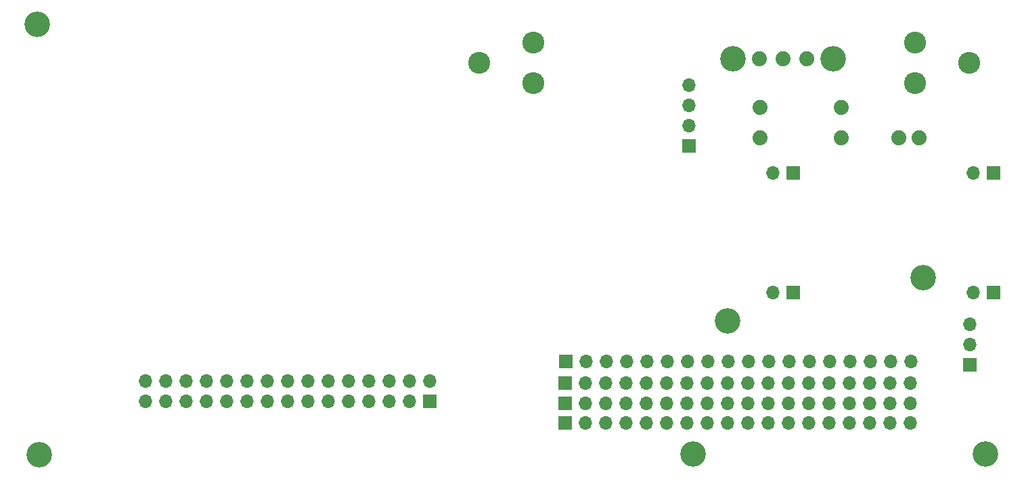
<source format=gbr>
G04 #@! TF.GenerationSoftware,KiCad,Pcbnew,5.99.0-unknown-5127d6c77~91~ubuntu20.04.1*
G04 #@! TF.CreationDate,2020-10-08T17:45:23+09:00*
G04 #@! TF.ProjectId,M5_board_bGeigieRaku V1.9,4d355f62-6f61-4726-945f-624765696769,rev?*
G04 #@! TF.SameCoordinates,Original*
G04 #@! TF.FileFunction,Soldermask,Top*
G04 #@! TF.FilePolarity,Negative*
%FSLAX46Y46*%
G04 Gerber Fmt 4.6, Leading zero omitted, Abs format (unit mm)*
G04 Created by KiCad (PCBNEW 5.99.0-unknown-5127d6c77~91~ubuntu20.04.1) date 2020-10-08 17:45:23*
%MOMM*%
%LPD*%
G01*
G04 APERTURE LIST*
%ADD10C,1.879600*%
%ADD11C,3.200000*%
%ADD12R,1.700000X1.700000*%
%ADD13O,1.700000X1.700000*%
%ADD14C,3.203200*%
%ADD15C,2.743200*%
G04 APERTURE END LIST*
D10*
X180823000Y-82244000D03*
X190983000Y-82244000D03*
D11*
X90652600Y-125805000D03*
D12*
X210033000Y-105485000D03*
D13*
X207493000Y-105485000D03*
D12*
X171933000Y-87070000D03*
D13*
X171933000Y-84530000D03*
X171933000Y-81990000D03*
X171933000Y-79450000D03*
D10*
X186744000Y-76148000D03*
X183744000Y-76148000D03*
X180744000Y-76148000D03*
D14*
X189994000Y-76148000D03*
X177494000Y-76148000D03*
D10*
X200762000Y-86054000D03*
X198222000Y-86054000D03*
D11*
X201270000Y-103580000D03*
X176759000Y-109041000D03*
D12*
X210033000Y-90499000D03*
D13*
X207493000Y-90499000D03*
D12*
X156566000Y-114121000D03*
D13*
X159106000Y-114121000D03*
X161646000Y-114121000D03*
X164186000Y-114121000D03*
X166726000Y-114121000D03*
X169266000Y-114121000D03*
X171806000Y-114121000D03*
X174346000Y-114121000D03*
X176886000Y-114121000D03*
X179426000Y-114121000D03*
X181966000Y-114121000D03*
X184506000Y-114121000D03*
X187046000Y-114121000D03*
X189586000Y-114121000D03*
X192126000Y-114121000D03*
X194666000Y-114121000D03*
X197206000Y-114121000D03*
X199746000Y-114121000D03*
D11*
X172476000Y-125664000D03*
D12*
X156439000Y-119328000D03*
D13*
X158979000Y-119328000D03*
X161519000Y-119328000D03*
X164059000Y-119328000D03*
X166599000Y-119328000D03*
X169139000Y-119328000D03*
X171679000Y-119328000D03*
X174219000Y-119328000D03*
X176759000Y-119328000D03*
X179299000Y-119328000D03*
X181839000Y-119328000D03*
X184379000Y-119328000D03*
X186919000Y-119328000D03*
X189459000Y-119328000D03*
X191999000Y-119328000D03*
X194539000Y-119328000D03*
X197079000Y-119328000D03*
X199619000Y-119328000D03*
D10*
X190983000Y-86054000D03*
X180823000Y-86054000D03*
D12*
X156439000Y-116788000D03*
D13*
X158979000Y-116788000D03*
X161519000Y-116788000D03*
X164059000Y-116788000D03*
X166599000Y-116788000D03*
X169139000Y-116788000D03*
X171679000Y-116788000D03*
X174219000Y-116788000D03*
X176759000Y-116788000D03*
X179299000Y-116788000D03*
X181839000Y-116788000D03*
X184379000Y-116788000D03*
X186919000Y-116788000D03*
X189459000Y-116788000D03*
X191999000Y-116788000D03*
X194539000Y-116788000D03*
X197079000Y-116788000D03*
X199619000Y-116788000D03*
D12*
X156439000Y-121840000D03*
D13*
X158979000Y-121840000D03*
X161519000Y-121840000D03*
X164059000Y-121840000D03*
X166599000Y-121840000D03*
X169139000Y-121840000D03*
X171679000Y-121840000D03*
X174219000Y-121840000D03*
X176759000Y-121840000D03*
X179299000Y-121840000D03*
X181839000Y-121840000D03*
X184379000Y-121840000D03*
X186919000Y-121840000D03*
X189459000Y-121840000D03*
X191999000Y-121840000D03*
X194539000Y-121840000D03*
X197079000Y-121840000D03*
X199619000Y-121840000D03*
D11*
X209052000Y-125664000D03*
D12*
X185014000Y-90499000D03*
D13*
X182474000Y-90499000D03*
D12*
X185014000Y-105485000D03*
D13*
X182474000Y-105485000D03*
D11*
X90433800Y-71815500D03*
D12*
X139564000Y-119114000D03*
D13*
X139564000Y-116574000D03*
X137024000Y-119114000D03*
X137024000Y-116574000D03*
X134484000Y-119114000D03*
X134484000Y-116574000D03*
X131944000Y-119114000D03*
X131944000Y-116574000D03*
X129404000Y-119114000D03*
X129404000Y-116574000D03*
X126864000Y-119114000D03*
X126864000Y-116574000D03*
X124324000Y-119114000D03*
X124324000Y-116574000D03*
X121784000Y-119114000D03*
X121784000Y-116574000D03*
X119244000Y-119114000D03*
X119244000Y-116574000D03*
X116704000Y-119114000D03*
X116704000Y-116574000D03*
X114164000Y-119114000D03*
X114164000Y-116574000D03*
X111624000Y-119114000D03*
X111624000Y-116574000D03*
X109084000Y-119114000D03*
X109084000Y-116574000D03*
X106544000Y-119114000D03*
X106544000Y-116574000D03*
X104004000Y-119114000D03*
X104004000Y-116574000D03*
D15*
X145750000Y-76646000D03*
X207006000Y-76666000D03*
X200258000Y-79206000D03*
X200258000Y-74126000D03*
X152498000Y-79186000D03*
X152498000Y-74106000D03*
D12*
X207112000Y-114502000D03*
D13*
X207112000Y-111962000D03*
X207112000Y-109422000D03*
M02*

</source>
